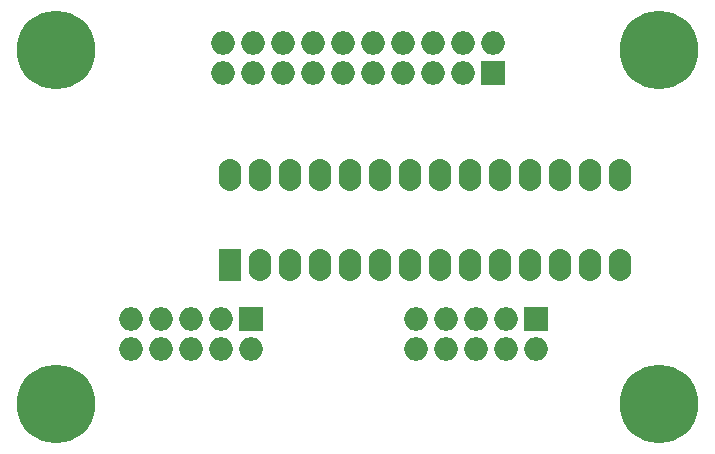
<source format=gbr>
G04 #@! TF.FileFunction,Soldermask,Bot*
%FSLAX46Y46*%
G04 Gerber Fmt 4.6, Leading zero omitted, Abs format (unit mm)*
G04 Created by KiCad (PCBNEW 4.0.5) date 05/28/17 11:37:27*
%MOMM*%
%LPD*%
G01*
G04 APERTURE LIST*
%ADD10C,0.150000*%
%ADD11C,6.654800*%
%ADD12R,2.004800X2.004800*%
%ADD13O,2.004800X2.004800*%
%ADD14R,1.904800X2.704800*%
%ADD15O,1.904800X2.704800*%
G04 APERTURE END LIST*
D10*
D11*
X55000000Y-34000000D03*
D12*
X41000000Y-6000000D03*
D13*
X41000000Y-3460000D03*
X38460000Y-6000000D03*
X38460000Y-3460000D03*
X35920000Y-6000000D03*
X35920000Y-3460000D03*
X33380000Y-6000000D03*
X33380000Y-3460000D03*
X30840000Y-6000000D03*
X30840000Y-3460000D03*
X28300000Y-6000000D03*
X28300000Y-3460000D03*
X25760000Y-6000000D03*
X25760000Y-3460000D03*
X23220000Y-6000000D03*
X23220000Y-3460000D03*
X20680000Y-6000000D03*
X20680000Y-3460000D03*
X18140000Y-6000000D03*
X18140000Y-3460000D03*
D11*
X55000000Y-4000000D03*
X4000000Y-4000000D03*
X4000000Y-34000000D03*
D12*
X44610000Y-26830000D03*
D13*
X44610000Y-29370000D03*
X42070000Y-26830000D03*
X42070000Y-29370000D03*
X39530000Y-26830000D03*
X39530000Y-29370000D03*
X36990000Y-26830000D03*
X36990000Y-29370000D03*
X34450000Y-26830000D03*
X34450000Y-29370000D03*
D14*
X18702000Y-22258000D03*
D15*
X51722000Y-14638000D03*
X21242000Y-22258000D03*
X49182000Y-14638000D03*
X23782000Y-22258000D03*
X46642000Y-14638000D03*
X26322000Y-22258000D03*
X44102000Y-14638000D03*
X28862000Y-22258000D03*
X41562000Y-14638000D03*
X31402000Y-22258000D03*
X39022000Y-14638000D03*
X33942000Y-22258000D03*
X36482000Y-14638000D03*
X36482000Y-22258000D03*
X33942000Y-14638000D03*
X39022000Y-22258000D03*
X31402000Y-14638000D03*
X41562000Y-22258000D03*
X28862000Y-14638000D03*
X44102000Y-22258000D03*
X26322000Y-14638000D03*
X46642000Y-22258000D03*
X23782000Y-14638000D03*
X49182000Y-22258000D03*
X21242000Y-14638000D03*
X51722000Y-22258000D03*
X18702000Y-14638000D03*
D12*
X20480000Y-26830000D03*
D13*
X20480000Y-29370000D03*
X17940000Y-26830000D03*
X17940000Y-29370000D03*
X15400000Y-26830000D03*
X15400000Y-29370000D03*
X12860000Y-26830000D03*
X12860000Y-29370000D03*
X10320000Y-26830000D03*
X10320000Y-29370000D03*
M02*

</source>
